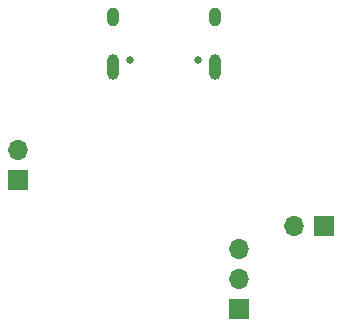
<source format=gbr>
%TF.GenerationSoftware,KiCad,Pcbnew,(6.0.11)*%
%TF.CreationDate,2024-07-20T12:09:32-05:00*%
%TF.ProjectId,BizBopWhingWhang,42697a42-6f70-4576-9869-6e675768616e,rev?*%
%TF.SameCoordinates,Original*%
%TF.FileFunction,Soldermask,Bot*%
%TF.FilePolarity,Negative*%
%FSLAX46Y46*%
G04 Gerber Fmt 4.6, Leading zero omitted, Abs format (unit mm)*
G04 Created by KiCad (PCBNEW (6.0.11)) date 2024-07-20 12:09:32*
%MOMM*%
%LPD*%
G01*
G04 APERTURE LIST*
G04 Aperture macros list*
%AMRoundRect*
0 Rectangle with rounded corners*
0 $1 Rounding radius*
0 $2 $3 $4 $5 $6 $7 $8 $9 X,Y pos of 4 corners*
0 Add a 4 corners polygon primitive as box body*
4,1,4,$2,$3,$4,$5,$6,$7,$8,$9,$2,$3,0*
0 Add four circle primitives for the rounded corners*
1,1,$1+$1,$2,$3*
1,1,$1+$1,$4,$5*
1,1,$1+$1,$6,$7*
1,1,$1+$1,$8,$9*
0 Add four rect primitives between the rounded corners*
20,1,$1+$1,$2,$3,$4,$5,0*
20,1,$1+$1,$4,$5,$6,$7,0*
20,1,$1+$1,$6,$7,$8,$9,0*
20,1,$1+$1,$8,$9,$2,$3,0*%
G04 Aperture macros list end*
%ADD10R,1.700000X1.700000*%
%ADD11O,1.700000X1.700000*%
%ADD12C,0.670000*%
%ADD13RoundRect,0.500000X0.000000X0.300000X0.000000X0.300000X0.000000X-0.300000X0.000000X-0.300000X0*%
%ADD14RoundRect,0.500000X0.000000X0.600000X0.000000X0.600000X0.000000X-0.600000X0.000000X-0.600000X0*%
G04 APERTURE END LIST*
D10*
%TO.C,J3*%
X156200000Y-109380000D03*
D11*
X156200000Y-106840000D03*
X156200000Y-104300000D03*
%TD*%
D10*
%TO.C,JP1*%
X163390000Y-102370000D03*
D11*
X160850000Y-102370000D03*
%TD*%
D10*
%TO.C,JP2*%
X137500000Y-98425000D03*
D11*
X137500000Y-95885000D03*
%TD*%
D12*
%TO.C,J1*%
X152730000Y-88322500D03*
X146930000Y-88322500D03*
D13*
X145510000Y-84672500D03*
X154150000Y-84672500D03*
D14*
X145510000Y-88852500D03*
X154150000Y-88852500D03*
%TD*%
M02*

</source>
